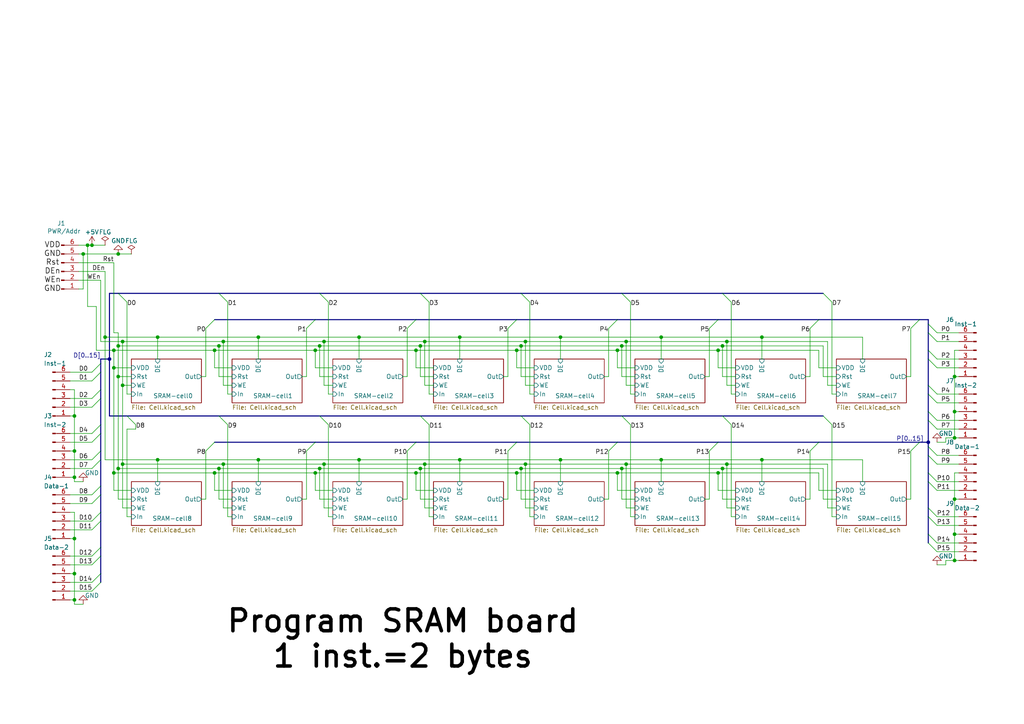
<source format=kicad_sch>
(kicad_sch (version 20250114) (generator "eeschema") (generator_version "9.0")
  (paper "A4")
  (title_block (title "Y-tran RT08 Program board") (date "2025/3~8") (rev "D") (company "@7654jp") (comment 2 "to provide instructions.") (comment 3 "the core via 'Program base'") (comment 4 "This board will be connected to"))
  (lib_symbols
    (symbol "Connector:Conn_01x06_Pin" (pin_names (offset 1.016) (hide yes))
      (property "Reference" "J" (at 0 7.62 0))
      (property "Value" "Conn_01x06_Pin" (at 0 -10.16 0))
      (symbol "Conn_01x06_Pin_1_1"
        (rectangle (start 0.8636 5.207) (end 0 4.953) (stroke (width 0.1524)) (fill (type outline)))
        (rectangle (start 0.8636 2.667) (end 0 2.413) (stroke (width 0.1524)) (fill (type outline)))
        (rectangle (start 0.8636 0.127) (end 0 -0.127) (stroke (width 0.1524)) (fill (type outline)))
        (rectangle (start 0.8636 -2.413) (end 0 -2.667) (stroke (width 0.1524)) (fill (type outline)))
        (rectangle (start 0.8636 -4.953) (end 0 -5.207) (stroke (width 0.1524)) (fill (type outline)))
        (rectangle (start 0.8636 -7.493) (end 0 -7.747) (stroke (width 0.1524)) (fill (type outline)))
        (polyline (pts (xy 1.27 5.08) (xy 0.8636 5.08)) (stroke (width 0.1524)))
        (polyline (pts (xy 1.27 2.54) (xy 0.8636 2.54)) (stroke (width 0.1524)))
        (polyline (pts (xy 1.27 0) (xy 0.8636 0)) (stroke (width 0.1524)))
        (polyline (pts (xy 1.27 -2.54) (xy 0.8636 -2.54)) (stroke (width 0.1524)))
        (polyline (pts (xy 1.27 -5.08) (xy 0.8636 -5.08)) (stroke (width 0.1524)))
        (polyline (pts (xy 1.27 -7.62) (xy 0.8636 -7.62)) (stroke (width 0.1524)))
        (pin passive line (at 5.08 5.08 180) (length 3.81) (name "Pin_1") (number "1"))
        (pin passive line (at 5.08 2.54 180) (length 3.81) (name "Pin_2") (number "2"))
        (pin passive line (at 5.08 0 180) (length 3.81) (name "Pin_3") (number "3"))
        (pin passive line (at 5.08 -2.54 180) (length 3.81) (name "Pin_4") (number "4"))
        (pin passive line (at 5.08 -5.08 180) (length 3.81) (name "Pin_5") (number "5"))
        (pin passive line (at 5.08 -7.62 180) (length 3.81) (name "Pin_6") (number "6"))
      )
    )
    (symbol "power:+5V" (power) (pin_names (offset 0))
      (property "Value" "+5V" (at 0 3.556 0))
      (symbol "+5V_0_1"
        (polyline (pts (xy -0.762 1.27) (xy 0 2.54)))
        (polyline (pts (xy 0 2.54) (xy 0.762 1.27)))
        (polyline (pts (xy 0 0) (xy 0 2.54)))
      )
      (symbol "+5V_1_1"
        (pin power_in line (at 0 0 90) (length 0) (hide yes) (name "+5V") (number "1"))
      )
    )
    (symbol "power:GND" (power) (pin_names (offset 0))
      (property "Value" "GND" (at 0 -3.81 0))
      (symbol "GND_0_1"
        (polyline (pts (xy 0 0) (xy 0 -1.27) (xy 1.27 -1.27) (xy 0 -2.54) (xy -1.27 -1.27) (xy 0 -1.27)))
      )
      (symbol "GND_1_1"
        (pin power_in line (at 0 0 270) (length 0) (hide yes) (name "GND") (number "1"))
      )
    )
    (symbol "power:PWR_FLAG" (power) (pin_numbers (hide yes)) (pin_names (offset 0) (hide yes))
      (property "Value" "PWR_FLAG" (at 0 3.81 0))
      (symbol "PWR_FLAG_0_0"
        (pin power_out line (at 0 0 90) (length 0) (name "pwr") (number "1"))
      )
      (symbol "PWR_FLAG_0_1"
        (polyline (pts (xy 0 0) (xy 0 1.27) (xy -1.016 1.905) (xy 0 2.54) (xy 1.016 1.905) (xy 0 1.27)))
      )
    )
  )
  (text "VDD\nGND\nRst\nDEn\nWEn\nGND" (at 15.24 77.47 0) (effects (font (size 1.5748 1.5748))))
  (text "Program SRAM board\n1 inst.=2 bytes" (exclude_from_sim yes) (at 116.84 185.42 0) (effects (font (size 6.35 6.35) (thickness 1.016) (bold yes))))
  (junction (at 34.29 100.33))
  (junction (at 24.13 73.66))
  (junction (at 120.65 101.6))
  (junction (at 209.55 100.33))
  (junction (at 179.07 137.16))
  (junction (at 210.82 99.06))
  (junction (at 21.59 156.21))
  (junction (at 21.59 138.43))
  (junction (at 276.86 154.94))
  (junction (at 26.67 71.12))
  (junction (at 210.82 134.62))
  (junction (at 133.35 97.79))
  (junction (at 62.23 101.6))
  (junction (at 121.92 135.89))
  (junction (at 64.77 99.06))
  (junction (at 180.34 100.33))
  (junction (at 179.07 101.6))
  (junction (at 21.59 173.99))
  (junction (at 104.14 97.79))
  (junction (at 25.4 71.12))
  (junction (at 74.93 97.79))
  (junction (at 276.86 127))
  (junction (at 91.44 137.16))
  (junction (at 208.28 137.16))
  (junction (at 33.02 101.6))
  (junction (at 34.29 73.66))
  (junction (at 220.98 133.35))
  (junction (at 276.86 119.38))
  (junction (at 93.98 134.62))
  (junction (at 34.29 135.89))
  (junction (at 149.86 137.16))
  (junction (at 208.28 101.6))
  (junction (at 74.93 133.35))
  (junction (at 133.35 133.35))
  (junction (at 45.72 97.79))
  (junction (at 63.5 100.33))
  (junction (at 63.5 135.89))
  (junction (at 162.56 133.35))
  (junction (at 33.02 137.16))
  (junction (at 35.56 99.06))
  (junction (at 220.98 97.79))
  (junction (at 64.77 134.62))
  (junction (at 149.86 101.6))
  (junction (at 62.23 137.16))
  (junction (at 209.55 135.89))
  (junction (at 180.34 135.89))
  (junction (at 21.59 130.81))
  (junction (at 92.71 135.89))
  (junction (at 276.86 144.78))
  (junction (at 151.13 135.89))
  (junction (at 30.48 97.79))
  (junction (at 191.77 97.79))
  (junction (at 151.13 100.33))
  (junction (at 92.71 100.33))
  (junction (at 152.4 134.62))
  (junction (at 91.44 101.6))
  (junction (at 123.19 134.62))
  (junction (at 104.14 133.35))
  (junction (at 181.61 99.06))
  (junction (at 34.29 109.22))
  (junction (at 21.59 166.37))
  (junction (at 31.75 104.14))
  (junction (at 269.24 128.27))
  (junction (at 152.4 99.06))
  (junction (at 35.56 134.62))
  (junction (at 276.86 109.22))
  (junction (at 120.65 137.16))
  (junction (at 276.86 162.56))
  (junction (at 33.02 106.68))
  (junction (at 123.19 99.06))
  (junction (at 191.77 133.35))
  (junction (at 121.92 100.33))
  (junction (at 21.59 120.65))
  (junction (at 45.72 133.35))
  (junction (at 162.56 97.79))
  (junction (at 93.98 99.06))
  (junction (at 35.56 111.76))
  (junction (at 181.61 134.62))
  (bus_entry (at 63.5 85.09) (size 2.54 2.54))
  (bus_entry (at 34.29 85.09) (size 2.54 2.54))
  (bus_entry (at 147.32 130.81) (size 2.54 -2.54))
  (bus_entry (at 264.16 95.25) (size 2.54 -2.54))
  (bus_entry (at 271.78 121.92) (size -2.54 -2.54))
  (bus_entry (at 209.55 85.09) (size 2.54 2.54))
  (bus_entry (at 59.69 95.25) (size 2.54 -2.54))
  (bus_entry (at 118.11 95.25) (size 2.54 -2.54))
  (bus_entry (at 176.53 130.81) (size 2.54 -2.54))
  (bus_entry (at 121.92 85.09) (size 2.54 2.54))
  (bus_entry (at 26.67 135.89) (size 2.54 -2.54))
  (bus_entry (at 26.67 107.95) (size 2.54 -2.54))
  (bus_entry (at 26.67 168.91) (size 2.54 -2.54))
  (bus_entry (at 205.74 130.81) (size 2.54 -2.54))
  (bus_entry (at 92.71 85.09) (size 2.54 2.54))
  (bus_entry (at 180.34 120.65) (size 2.54 2.54))
  (bus_entry (at 271.78 132.08) (size -2.54 -2.54))
  (bus_entry (at 59.69 130.81) (size 2.54 -2.54))
  (bus_entry (at 271.78 142.24) (size -2.54 -2.54))
  (bus_entry (at 26.67 143.51) (size 2.54 -2.54))
  (bus_entry (at 271.78 99.06) (size -2.54 -2.54))
  (bus_entry (at 209.55 120.65) (size 2.54 2.54))
  (bus_entry (at 271.78 116.84) (size -2.54 -2.54))
  (bus_entry (at 271.78 149.86) (size -2.54 -2.54))
  (bus_entry (at 238.76 85.09) (size 2.54 2.54))
  (bus_entry (at 147.32 95.25) (size 2.54 -2.54))
  (bus_entry (at 26.67 153.67) (size 2.54 -2.54))
  (bus_entry (at 121.92 120.65) (size 2.54 2.54))
  (bus_entry (at 271.78 160.02) (size -2.54 -2.54))
  (bus_entry (at 271.78 104.14) (size -2.54 -2.54))
  (bus_entry (at 151.13 85.09) (size 2.54 2.54))
  (bus_entry (at 26.67 128.27) (size 2.54 -2.54))
  (bus_entry (at 92.71 120.65) (size 2.54 2.54))
  (bus_entry (at 180.34 85.09) (size 2.54 2.54))
  (bus_entry (at 264.16 130.81) (size 2.54 -2.54))
  (bus_entry (at 26.67 161.29) (size 2.54 -2.54))
  (bus_entry (at 271.78 106.68) (size -2.54 -2.54))
  (bus_entry (at 26.67 146.05) (size 2.54 -2.54))
  (bus_entry (at 26.67 118.11) (size 2.54 -2.54))
  (bus_entry (at 36.83 120.65) (size 2.54 2.54))
  (bus_entry (at 271.78 157.48) (size -2.54 -2.54))
  (bus_entry (at 205.74 95.25) (size 2.54 -2.54))
  (bus_entry (at 26.67 115.57) (size 2.54 -2.54))
  (bus_entry (at 26.67 110.49) (size 2.54 -2.54))
  (bus_entry (at 271.78 139.7) (size -2.54 -2.54))
  (bus_entry (at 63.5 120.65) (size 2.54 2.54))
  (bus_entry (at 88.9 130.81) (size 2.54 -2.54))
  (bus_entry (at 234.95 130.81) (size 2.54 -2.54))
  (bus_entry (at 271.78 134.62) (size -2.54 -2.54))
  (bus_entry (at 26.67 163.83) (size 2.54 -2.54))
  (bus_entry (at 271.78 114.3) (size -2.54 -2.54))
  (bus_entry (at 238.76 120.65) (size 2.54 2.54))
  (bus_entry (at 88.9 95.25) (size 2.54 -2.54))
  (bus_entry (at 234.95 95.25) (size 2.54 -2.54))
  (bus_entry (at 271.78 152.4) (size -2.54 -2.54))
  (bus_entry (at 151.13 120.65) (size 2.54 2.54))
  (bus_entry (at 271.78 124.46) (size -2.54 -2.54))
  (bus_entry (at 176.53 95.25) (size 2.54 -2.54))
  (bus_entry (at 26.67 151.13) (size 2.54 -2.54))
  (bus_entry (at 26.67 171.45) (size 2.54 -2.54))
  (bus_entry (at 271.78 96.52) (size -2.54 -2.54))
  (bus_entry (at 26.67 125.73) (size 2.54 -2.54))
  (bus_entry (at 118.11 130.81) (size 2.54 -2.54))
  (bus_entry (at 26.67 133.35) (size 2.54 -2.54))
  (wire (pts (xy 33.02 106.68) (xy 33.02 137.16)))
  (wire (pts (xy 276.86 144.78) (xy 276.86 154.94)))
  (wire (pts (xy 21.59 166.37) (xy 21.59 173.99)))
  (wire (pts (xy 149.86 137.16) (xy 179.07 137.16)))
  (wire (pts (xy 238.76 100.33) (xy 238.76 109.22)))
  (bus (pts (xy 121.92 120.65) (xy 151.13 120.65)))
  (bus (pts (xy 62.23 92.71) (xy 91.44 92.71)))
  (wire (pts (xy 237.49 137.16) (xy 237.49 142.24)))
  (wire (pts (xy 278.13 124.46) (xy 271.78 124.46)))
  (wire (pts (xy 262.89 109.22) (xy 264.16 109.22)))
  (wire (pts (xy 63.5 109.22) (xy 67.31 109.22)))
  (wire (pts (xy 205.74 130.81) (xy 205.74 144.78)))
  (wire (pts (xy 39.37 124.46) (xy 36.83 124.46)))
  (wire (pts (xy 212.09 123.19) (xy 212.09 149.86)))
  (wire (pts (xy 35.56 134.62) (xy 64.77 134.62)))
  (wire (pts (xy 74.93 97.79) (xy 74.93 104.14)))
  (wire (pts (xy 36.83 124.46) (xy 36.83 149.86)))
  (wire (pts (xy 204.47 109.22) (xy 205.74 109.22)))
  (wire (pts (xy 151.13 100.33) (xy 151.13 109.22)))
  (wire (pts (xy 35.56 147.32) (xy 38.1 147.32)))
  (wire (pts (xy 64.77 99.06) (xy 93.98 99.06)))
  (wire (pts (xy 59.69 95.25) (xy 59.69 109.22)))
  (wire (pts (xy 278.13 144.78) (xy 276.86 144.78)))
  (wire (pts (xy 58.42 109.22) (xy 59.69 109.22)))
  (bus (pts (xy 29.21 158.75) (xy 29.21 161.29)))
  (wire (pts (xy 87.63 144.78) (xy 88.9 144.78)))
  (wire (pts (xy 64.77 134.62) (xy 93.98 134.62)))
  (wire (pts (xy 93.98 99.06) (xy 123.19 99.06)))
  (wire (pts (xy 22.86 73.66) (xy 24.13 73.66)))
  (wire (pts (xy 120.65 106.68) (xy 125.73 106.68)))
  (bus (pts (xy 29.21 113.03) (xy 29.21 115.57)))
  (wire (pts (xy 33.02 137.16) (xy 33.02 142.24)))
  (wire (pts (xy 34.29 73.66) (xy 38.1 73.66)))
  (wire (pts (xy 20.32 110.49) (xy 26.67 110.49)))
  (wire (pts (xy 92.71 135.89) (xy 92.71 144.78)))
  (wire (pts (xy 176.53 95.25) (xy 176.53 109.22)))
  (wire (pts (xy 34.29 135.89) (xy 63.5 135.89)))
  (wire (pts (xy 93.98 99.06) (xy 93.98 111.76)))
  (wire (pts (xy 262.89 144.78) (xy 264.16 144.78)))
  (wire (pts (xy 162.56 133.35) (xy 162.56 139.7)))
  (wire (pts (xy 241.3 123.19) (xy 241.3 149.86)))
  (bus (pts (xy 36.83 120.65) (xy 63.5 120.65)))
  (wire (pts (xy 133.35 133.35) (xy 133.35 139.7)))
  (wire (pts (xy 181.61 147.32) (xy 184.15 147.32)))
  (wire (pts (xy 234.95 130.81) (xy 234.95 144.78)))
  (wire (pts (xy 39.37 123.19) (xy 39.37 124.46)))
  (wire (pts (xy 20.32 125.73) (xy 26.67 125.73)))
  (wire (pts (xy 241.3 149.86) (xy 242.57 149.86)))
  (bus (pts (xy 149.86 128.27) (xy 179.07 128.27)))
  (wire (pts (xy 20.32 166.37) (xy 21.59 166.37)))
  (wire (pts (xy 66.04 114.3) (xy 67.31 114.3)))
  (bus (pts (xy 149.86 92.71) (xy 179.07 92.71)))
  (wire (pts (xy 121.92 144.78) (xy 125.73 144.78)))
  (wire (pts (xy 278.13 114.3) (xy 271.78 114.3)))
  (wire (pts (xy 20.32 151.13) (xy 26.67 151.13)))
  (bus (pts (xy 151.13 120.65) (xy 180.34 120.65)))
  (wire (pts (xy 152.4 99.06) (xy 152.4 111.76)))
  (bus (pts (xy 208.28 92.71) (xy 237.49 92.71)))
  (wire (pts (xy 123.19 147.32) (xy 125.73 147.32)))
  (wire (pts (xy 20.32 143.51) (xy 26.67 143.51)))
  (wire (pts (xy 33.02 101.6) (xy 27.94 101.6)))
  (wire (pts (xy 278.13 101.6) (xy 276.86 101.6)))
  (wire (pts (xy 208.28 101.6) (xy 208.28 106.68)))
  (wire (pts (xy 181.61 99.06) (xy 210.82 99.06)))
  (wire (pts (xy 93.98 134.62) (xy 93.98 147.32)))
  (wire (pts (xy 212.09 87.63) (xy 212.09 114.3)))
  (wire (pts (xy 20.32 107.95) (xy 26.67 107.95)))
  (wire (pts (xy 63.5 135.89) (xy 92.71 135.89)))
  (wire (pts (xy 123.19 111.76) (xy 125.73 111.76)))
  (wire (pts (xy 271.78 163.83) (xy 274.32 163.83)))
  (wire (pts (xy 104.14 133.35) (xy 133.35 133.35)))
  (wire (pts (xy 62.23 101.6) (xy 62.23 106.68)))
  (bus (pts (xy 269.24 96.52) (xy 269.24 101.6)))
  (bus (pts (xy 209.55 85.09) (xy 238.76 85.09)))
  (wire (pts (xy 181.61 134.62) (xy 210.82 134.62)))
  (wire (pts (xy 133.35 133.35) (xy 162.56 133.35)))
  (wire (pts (xy 123.19 99.06) (xy 152.4 99.06)))
  (wire (pts (xy 210.82 134.62) (xy 240.03 134.62)))
  (wire (pts (xy 241.3 87.63) (xy 241.3 114.3)))
  (wire (pts (xy 271.78 128.27) (xy 274.32 128.27)))
  (wire (pts (xy 62.23 106.68) (xy 67.31 106.68)))
  (bus (pts (xy 34.29 85.09) (xy 63.5 85.09)))
  (bus (pts (xy 266.7 128.27) (xy 269.24 128.27)))
  (wire (pts (xy 95.25 114.3) (xy 96.52 114.3)))
  (wire (pts (xy 33.02 96.52) (xy 34.29 96.52)))
  (wire (pts (xy 95.25 87.63) (xy 95.25 114.3)))
  (wire (pts (xy 274.32 162.56) (xy 276.86 162.56)))
  (wire (pts (xy 21.59 156.21) (xy 21.59 166.37)))
  (wire (pts (xy 36.83 114.3) (xy 38.1 114.3)))
  (bus (pts (xy 63.5 120.65) (xy 92.71 120.65)))
  (bus (pts (xy 237.49 92.71) (xy 266.7 92.71)))
  (wire (pts (xy 181.61 134.62) (xy 181.61 147.32)))
  (wire (pts (xy 149.86 106.68) (xy 154.94 106.68)))
  (wire (pts (xy 182.88 114.3) (xy 184.15 114.3)))
  (wire (pts (xy 22.86 76.2) (xy 33.02 76.2)))
  (wire (pts (xy 152.4 111.76) (xy 154.94 111.76)))
  (wire (pts (xy 250.19 97.79) (xy 250.19 104.14)))
  (wire (pts (xy 240.03 134.62) (xy 240.03 147.32)))
  (wire (pts (xy 278.13 160.02) (xy 271.78 160.02)))
  (wire (pts (xy 33.02 106.68) (xy 38.1 106.68)))
  (wire (pts (xy 121.92 135.89) (xy 151.13 135.89)))
  (bus (pts (xy 180.34 120.65) (xy 209.55 120.65)))
  (wire (pts (xy 179.07 101.6) (xy 208.28 101.6)))
  (wire (pts (xy 191.77 133.35) (xy 191.77 139.7)))
  (wire (pts (xy 63.5 144.78) (xy 67.31 144.78)))
  (wire (pts (xy 123.19 134.62) (xy 123.19 147.32)))
  (wire (pts (xy 116.84 109.22) (xy 118.11 109.22)))
  (wire (pts (xy 133.35 97.79) (xy 162.56 97.79)))
  (wire (pts (xy 63.5 135.89) (xy 63.5 144.78)))
  (bus (pts (xy 63.5 85.09) (xy 92.71 85.09)))
  (wire (pts (xy 152.4 99.06) (xy 181.61 99.06)))
  (wire (pts (xy 191.77 97.79) (xy 191.77 104.14)))
  (bus (pts (xy 180.34 85.09) (xy 209.55 85.09)))
  (wire (pts (xy 278.13 134.62) (xy 271.78 134.62)))
  (wire (pts (xy 20.32 115.57) (xy 26.67 115.57)))
  (wire (pts (xy 278.13 106.68) (xy 271.78 106.68)))
  (bus (pts (xy 269.24 137.16) (xy 269.24 139.7)))
  (wire (pts (xy 276.86 127) (xy 278.13 127)))
  (wire (pts (xy 25.4 88.9) (xy 25.4 71.12)))
  (bus (pts (xy 31.75 104.14) (xy 31.75 85.09)))
  (bus (pts (xy 269.24 129.54) (xy 269.24 132.08)))
  (bus (pts (xy 31.75 104.14) (xy 31.75 120.65)))
  (wire (pts (xy 278.13 104.14) (xy 271.78 104.14)))
  (wire (pts (xy 240.03 111.76) (xy 242.57 111.76)))
  (bus (pts (xy 269.24 149.86) (xy 269.24 154.94)))
  (wire (pts (xy 237.49 106.68) (xy 242.57 106.68)))
  (wire (pts (xy 153.67 123.19) (xy 153.67 149.86)))
  (wire (pts (xy 179.07 137.16) (xy 179.07 142.24)))
  (bus (pts (xy 29.21 105.41) (xy 29.21 107.95)))
  (wire (pts (xy 120.65 101.6) (xy 149.86 101.6)))
  (wire (pts (xy 21.59 148.59) (xy 21.59 156.21)))
  (wire (pts (xy 210.82 147.32) (xy 213.36 147.32)))
  (wire (pts (xy 74.93 133.35) (xy 104.14 133.35)))
  (wire (pts (xy 210.82 99.06) (xy 240.03 99.06)))
  (wire (pts (xy 45.72 97.79) (xy 45.72 104.14)))
  (bus (pts (xy 29.21 151.13) (xy 29.21 158.75)))
  (wire (pts (xy 278.13 152.4) (xy 271.78 152.4)))
  (wire (pts (xy 220.98 97.79) (xy 220.98 104.14)))
  (wire (pts (xy 95.25 149.86) (xy 96.52 149.86)))
  (wire (pts (xy 118.11 130.81) (xy 118.11 144.78)))
  (wire (pts (xy 180.34 135.89) (xy 180.34 144.78)))
  (wire (pts (xy 274.32 163.83) (xy 274.32 162.56)))
  (wire (pts (xy 276.86 119.38) (xy 278.13 119.38)))
  (wire (pts (xy 33.02 137.16) (xy 62.23 137.16)))
  (wire (pts (xy 35.56 111.76) (xy 38.1 111.76)))
  (wire (pts (xy 21.59 130.81) (xy 21.59 138.43)))
  (wire (pts (xy 237.49 142.24) (xy 242.57 142.24)))
  (wire (pts (xy 33.02 101.6) (xy 33.02 106.68)))
  (wire (pts (xy 92.71 100.33) (xy 121.92 100.33)))
  (wire (pts (xy 162.56 133.35) (xy 191.77 133.35)))
  (bus (pts (xy 269.24 101.6) (xy 269.24 104.14)))
  (wire (pts (xy 116.84 144.78) (xy 118.11 144.78)))
  (bus (pts (xy 269.24 147.32) (xy 269.24 149.86)))
  (wire (pts (xy 20.32 171.45) (xy 26.67 171.45)))
  (wire (pts (xy 62.23 137.16) (xy 91.44 137.16)))
  (wire (pts (xy 36.83 87.63) (xy 36.83 114.3)))
  (wire (pts (xy 93.98 111.76) (xy 96.52 111.76)))
  (wire (pts (xy 234.95 95.25) (xy 234.95 109.22)))
  (wire (pts (xy 152.4 134.62) (xy 181.61 134.62)))
  (wire (pts (xy 176.53 130.81) (xy 176.53 144.78)))
  (wire (pts (xy 276.86 101.6) (xy 276.86 109.22)))
  (bus (pts (xy 29.21 104.14) (xy 31.75 104.14)))
  (bus (pts (xy 179.07 128.27) (xy 208.28 128.27)))
  (wire (pts (xy 181.61 99.06) (xy 181.61 111.76)))
  (wire (pts (xy 66.04 149.86) (xy 67.31 149.86)))
  (wire (pts (xy 182.88 87.63) (xy 182.88 114.3)))
  (wire (pts (xy 30.48 97.79) (xy 45.72 97.79)))
  (wire (pts (xy 34.29 109.22) (xy 38.1 109.22)))
  (wire (pts (xy 182.88 123.19) (xy 182.88 149.86)))
  (wire (pts (xy 92.71 144.78) (xy 96.52 144.78)))
  (wire (pts (xy 34.29 96.52) (xy 34.29 100.33)))
  (wire (pts (xy 220.98 133.35) (xy 250.19 133.35)))
  (wire (pts (xy 26.67 71.12) (xy 30.48 71.12)))
  (wire (pts (xy 208.28 106.68) (xy 213.36 106.68)))
  (wire (pts (xy 209.55 135.89) (xy 238.76 135.89)))
  (wire (pts (xy 278.13 96.52) (xy 271.78 96.52)))
  (wire (pts (xy 20.32 161.29) (xy 26.67 161.29)))
  (wire (pts (xy 92.71 109.22) (xy 96.52 109.22)))
  (wire (pts (xy 149.86 101.6) (xy 149.86 106.68)))
  (wire (pts (xy 24.13 175.26) (xy 21.59 175.26)))
  (wire (pts (xy 34.29 144.78) (xy 38.1 144.78)))
  (wire (pts (xy 204.47 144.78) (xy 205.74 144.78)))
  (wire (pts (xy 238.76 109.22) (xy 242.57 109.22)))
  (wire (pts (xy 220.98 133.35) (xy 220.98 139.7)))
  (wire (pts (xy 35.56 134.62) (xy 35.56 147.32)))
  (wire (pts (xy 123.19 134.62) (xy 152.4 134.62)))
  (bus (pts (xy 29.21 140.97) (xy 29.21 143.51)))
  (wire (pts (xy 175.26 109.22) (xy 176.53 109.22)))
  (bus (pts (xy 269.24 128.27) (xy 269.24 129.54)))
  (wire (pts (xy 151.13 135.89) (xy 151.13 144.78)))
  (bus (pts (xy 269.24 121.92) (xy 269.24 128.27)))
  (wire (pts (xy 121.92 135.89) (xy 121.92 144.78)))
  (wire (pts (xy 22.86 83.82) (xy 24.13 83.82)))
  (wire (pts (xy 212.09 149.86) (xy 213.36 149.86)))
  (wire (pts (xy 74.93 97.79) (xy 104.14 97.79)))
  (wire (pts (xy 264.16 95.25) (xy 264.16 109.22)))
  (wire (pts (xy 209.55 135.89) (xy 209.55 144.78)))
  (wire (pts (xy 66.04 123.19) (xy 66.04 149.86)))
  (wire (pts (xy 63.5 100.33) (xy 63.5 109.22)))
  (wire (pts (xy 21.59 138.43) (xy 20.32 138.43)))
  (wire (pts (xy 34.29 100.33) (xy 34.29 109.22)))
  (wire (pts (xy 241.3 114.3) (xy 242.57 114.3)))
  (wire (pts (xy 33.02 76.2) (xy 33.02 96.52)))
  (wire (pts (xy 278.13 99.06) (xy 271.78 99.06)))
  (wire (pts (xy 210.82 134.62) (xy 210.82 147.32)))
  (wire (pts (xy 276.86 154.94) (xy 278.13 154.94)))
  (wire (pts (xy 20.32 130.81) (xy 21.59 130.81)))
  (wire (pts (xy 237.49 101.6) (xy 237.49 106.68)))
  (wire (pts (xy 21.59 120.65) (xy 21.59 130.81)))
  (wire (pts (xy 276.86 137.16) (xy 276.86 144.78)))
  (wire (pts (xy 179.07 106.68) (xy 184.15 106.68)))
  (wire (pts (xy 64.77 99.06) (xy 64.77 111.76)))
  (wire (pts (xy 278.13 149.86) (xy 271.78 149.86)))
  (wire (pts (xy 180.34 100.33) (xy 180.34 109.22)))
  (wire (pts (xy 181.61 111.76) (xy 184.15 111.76)))
  (wire (pts (xy 24.13 83.82) (xy 24.13 73.66)))
  (bus (pts (xy 36.83 120.65) (xy 31.75 120.65)))
  (bus (pts (xy 29.21 104.14) (xy 29.21 105.41)))
  (bus (pts (xy 91.44 128.27) (xy 120.65 128.27)))
  (wire (pts (xy 209.55 144.78) (xy 213.36 144.78)))
  (wire (pts (xy 210.82 111.76) (xy 213.36 111.76)))
  (bus (pts (xy 91.44 92.71) (xy 120.65 92.71)))
  (bus (pts (xy 29.21 143.51) (xy 29.21 148.59)))
  (wire (pts (xy 34.29 100.33) (xy 63.5 100.33)))
  (bus (pts (xy 269.24 119.38) (xy 269.24 121.92)))
  (wire (pts (xy 124.46 114.3) (xy 125.73 114.3)))
  (wire (pts (xy 91.44 142.24) (xy 96.52 142.24)))
  (bus (pts (xy 29.21 161.29) (xy 29.21 166.37)))
  (wire (pts (xy 208.28 142.24) (xy 213.36 142.24)))
  (wire (pts (xy 220.98 97.79) (xy 250.19 97.79)))
  (wire (pts (xy 45.72 133.35) (xy 30.48 133.35)))
  (bus (pts (xy 269.24 154.94) (xy 269.24 157.48)))
  (bus (pts (xy 269.24 132.08) (xy 269.24 137.16)))
  (wire (pts (xy 278.13 139.7) (xy 271.78 139.7)))
  (wire (pts (xy 162.56 97.79) (xy 191.77 97.79)))
  (wire (pts (xy 91.44 137.16) (xy 91.44 142.24)))
  (wire (pts (xy 179.07 137.16) (xy 208.28 137.16)))
  (wire (pts (xy 29.21 99.06) (xy 35.56 99.06)))
  (bus (pts (xy 237.49 128.27) (xy 266.7 128.27)))
  (wire (pts (xy 35.56 111.76) (xy 35.56 134.62)))
  (wire (pts (xy 238.76 135.89) (xy 238.76 144.78)))
  (wire (pts (xy 146.05 144.78) (xy 147.32 144.78)))
  (wire (pts (xy 276.86 109.22) (xy 276.86 119.38)))
  (bus (pts (xy 179.07 92.71) (xy 208.28 92.71)))
  (wire (pts (xy 210.82 99.06) (xy 210.82 111.76)))
  (bus (pts (xy 29.21 125.73) (xy 29.21 130.81)))
  (wire (pts (xy 152.4 134.62) (xy 152.4 147.32)))
  (wire (pts (xy 250.19 133.35) (xy 250.19 139.7)))
  (wire (pts (xy 24.13 139.7) (xy 21.59 139.7)))
  (wire (pts (xy 278.13 121.92) (xy 271.78 121.92)))
  (wire (pts (xy 45.72 133.35) (xy 45.72 139.7)))
  (wire (pts (xy 208.28 137.16) (xy 237.49 137.16)))
  (wire (pts (xy 91.44 101.6) (xy 91.44 106.68)))
  (bus (pts (xy 29.21 133.35) (xy 29.21 140.97)))
  (wire (pts (xy 30.48 78.74) (xy 30.48 97.79)))
  (bus (pts (xy 151.13 85.09) (xy 180.34 85.09)))
  (wire (pts (xy 278.13 132.08) (xy 271.78 132.08)))
  (wire (pts (xy 146.05 109.22) (xy 147.32 109.22)))
  (wire (pts (xy 209.55 100.33) (xy 238.76 100.33)))
  (wire (pts (xy 59.69 130.81) (xy 59.69 144.78)))
  (wire (pts (xy 91.44 137.16) (xy 120.65 137.16)))
  (wire (pts (xy 92.71 135.89) (xy 121.92 135.89)))
  (wire (pts (xy 180.34 100.33) (xy 209.55 100.33)))
  (wire (pts (xy 104.14 97.79) (xy 104.14 104.14)))
  (wire (pts (xy 20.32 146.05) (xy 26.67 146.05)))
  (wire (pts (xy 20.32 148.59) (xy 21.59 148.59)))
  (wire (pts (xy 209.55 100.33) (xy 209.55 109.22)))
  (wire (pts (xy 20.32 128.27) (xy 26.67 128.27)))
  (bus (pts (xy 269.24 139.7) (xy 269.24 147.32)))
  (wire (pts (xy 62.23 142.24) (xy 67.31 142.24)))
  (wire (pts (xy 123.19 99.06) (xy 123.19 111.76)))
  (wire (pts (xy 30.48 97.79) (xy 30.48 133.35)))
  (bus (pts (xy 62.23 128.27) (xy 91.44 128.27)))
  (bus (pts (xy 120.65 92.71) (xy 149.86 92.71)))
  (wire (pts (xy 21.59 113.03) (xy 21.59 120.65)))
  (wire (pts (xy 124.46 149.86) (xy 125.73 149.86)))
  (wire (pts (xy 20.32 120.65) (xy 21.59 120.65)))
  (wire (pts (xy 22.86 78.74) (xy 30.48 78.74)))
  (wire (pts (xy 35.56 99.06) (xy 35.56 111.76)))
  (wire (pts (xy 91.44 101.6) (xy 120.65 101.6)))
  (bus (pts (xy 269.24 114.3) (xy 269.24 119.38)))
  (wire (pts (xy 179.07 142.24) (xy 184.15 142.24)))
  (wire (pts (xy 238.76 144.78) (xy 242.57 144.78)))
  (wire (pts (xy 45.72 97.79) (xy 74.93 97.79)))
  (wire (pts (xy 152.4 147.32) (xy 154.94 147.32)))
  (wire (pts (xy 233.68 109.22) (xy 234.95 109.22)))
  (wire (pts (xy 274.32 128.27) (xy 274.32 127)))
  (wire (pts (xy 278.13 157.48) (xy 271.78 157.48)))
  (wire (pts (xy 278.13 109.22) (xy 276.86 109.22)))
  (wire (pts (xy 33.02 101.6) (xy 62.23 101.6)))
  (wire (pts (xy 62.23 101.6) (xy 91.44 101.6)))
  (wire (pts (xy 64.77 147.32) (xy 67.31 147.32)))
  (wire (pts (xy 21.59 139.7) (xy 21.59 138.43)))
  (wire (pts (xy 151.13 144.78) (xy 154.94 144.78)))
  (wire (pts (xy 35.56 99.06) (xy 64.77 99.06)))
  (wire (pts (xy 24.13 73.66) (xy 34.29 73.66)))
  (wire (pts (xy 120.65 137.16) (xy 120.65 142.24)))
  (wire (pts (xy 133.35 97.79) (xy 133.35 104.14)))
  (wire (pts (xy 233.68 144.78) (xy 234.95 144.78)))
  (wire (pts (xy 208.28 101.6) (xy 237.49 101.6)))
  (wire (pts (xy 151.13 135.89) (xy 180.34 135.89)))
  (wire (pts (xy 121.92 100.33) (xy 121.92 109.22)))
  (wire (pts (xy 26.67 71.12) (xy 25.4 71.12)))
  (wire (pts (xy 120.65 101.6) (xy 120.65 106.68)))
  (bus (pts (xy 121.92 85.09) (xy 151.13 85.09)))
  (wire (pts (xy 278.13 142.24) (xy 271.78 142.24)))
  (wire (pts (xy 87.63 109.22) (xy 88.9 109.22)))
  (wire (pts (xy 274.32 127) (xy 276.86 127)))
  (bus (pts (xy 266.7 92.71) (xy 269.24 92.71)))
  (wire (pts (xy 149.86 137.16) (xy 149.86 142.24)))
  (wire (pts (xy 64.77 134.62) (xy 64.77 147.32)))
  (bus (pts (xy 31.75 85.09) (xy 34.29 85.09)))
  (bus (pts (xy 92.71 120.65) (xy 121.92 120.65)))
  (bus (pts (xy 120.65 128.27) (xy 149.86 128.27)))
  (wire (pts (xy 20.32 135.89) (xy 26.67 135.89)))
  (wire (pts (xy 162.56 97.79) (xy 162.56 104.14)))
  (wire (pts (xy 180.34 135.89) (xy 209.55 135.89)))
  (wire (pts (xy 120.65 137.16) (xy 149.86 137.16)))
  (bus (pts (xy 269.24 104.14) (xy 269.24 111.76)))
  (wire (pts (xy 240.03 99.06) (xy 240.03 111.76)))
  (bus (pts (xy 269.24 93.98) (xy 269.24 96.52)))
  (wire (pts (xy 66.04 87.63) (xy 66.04 114.3)))
  (bus (pts (xy 269.24 92.71) (xy 269.24 93.98)))
  (bus (pts (xy 269.24 111.76) (xy 269.24 114.3)))
  (wire (pts (xy 22.86 81.28) (xy 29.21 81.28)))
  (wire (pts (xy 151.13 109.22) (xy 154.94 109.22)))
  (wire (pts (xy 27.94 101.6) (xy 27.94 88.9)))
  (wire (pts (xy 22.86 71.12) (xy 25.4 71.12)))
  (wire (pts (xy 21.59 175.26) (xy 21.59 173.99)))
  (wire (pts (xy 63.5 100.33) (xy 92.71 100.33)))
  (wire (pts (xy 240.03 147.32) (xy 242.57 147.32)))
  (wire (pts (xy 20.32 156.21) (xy 21.59 156.21)))
  (wire (pts (xy 179.07 101.6) (xy 179.07 106.68)))
  (wire (pts (xy 20.32 118.11) (xy 26.67 118.11)))
  (wire (pts (xy 36.83 149.86) (xy 38.1 149.86)))
  (wire (pts (xy 45.72 133.35) (xy 74.93 133.35)))
  (wire (pts (xy 124.46 87.63) (xy 124.46 114.3)))
  (bus (pts (xy 92.71 85.09) (xy 121.92 85.09)))
  (wire (pts (xy 264.16 130.81) (xy 264.16 144.78)))
  (wire (pts (xy 104.14 97.79) (xy 133.35 97.79)))
  (wire (pts (xy 153.67 87.63) (xy 153.67 114.3)))
  (wire (pts (xy 276.86 162.56) (xy 278.13 162.56)))
  (wire (pts (xy 20.32 163.83) (xy 26.67 163.83)))
  (wire (pts (xy 191.77 133.35) (xy 220.98 133.35)))
  (wire (pts (xy 180.34 109.22) (xy 184.15 109.22)))
  (wire (pts (xy 25.4 88.9) (xy 27.94 88.9)))
  (wire (pts (xy 182.88 149.86) (xy 184.15 149.86)))
  (wire (pts (xy 191.77 97.79) (xy 220.98 97.79)))
  (bus (pts (xy 29.21 123.19) (xy 29.21 125.73)))
  (bus (pts (xy 209.55 120.65) (xy 238.76 120.65)))
  (wire (pts (xy 153.67 149.86) (xy 154.94 149.86)))
  (wire (pts (xy 276.86 119.38) (xy 276.86 127)))
  (wire (pts (xy 33.02 142.24) (xy 38.1 142.24)))
  (wire (pts (xy 20.32 133.35) (xy 26.67 133.35)))
  (wire (pts (xy 88.9 130.81) (xy 88.9 144.78)))
  (wire (pts (xy 34.29 135.89) (xy 34.29 144.78)))
  (wire (pts (xy 147.32 130.81) (xy 147.32 144.78)))
  (wire (pts (xy 276.86 154.94) (xy 276.86 162.56)))
  (wire (pts (xy 118.11 95.25) (xy 118.11 109.22)))
  (wire (pts (xy 149.86 142.24) (xy 154.94 142.24)))
  (bus (pts (xy 29.21 148.59) (xy 29.21 151.13)))
  (wire (pts (xy 74.93 133.35) (xy 74.93 139.7)))
  (wire (pts (xy 95.25 123.19) (xy 95.25 149.86)))
  (wire (pts (xy 64.77 111.76) (xy 67.31 111.76)))
  (wire (pts (xy 20.32 153.67) (xy 26.67 153.67)))
  (wire (pts (xy 153.67 114.3) (xy 154.94 114.3)))
  (wire (pts (xy 20.32 168.91) (xy 26.67 168.91)))
  (wire (pts (xy 151.13 100.33) (xy 180.34 100.33)))
  (wire (pts (xy 29.21 81.28) (xy 29.21 99.06)))
  (bus (pts (xy 29.21 107.95) (xy 29.21 113.03)))
  (wire (pts (xy 278.13 116.84) (xy 271.78 116.84)))
  (wire (pts (xy 20.32 113.03) (xy 21.59 113.03)))
  (wire (pts (xy 147.32 95.25) (xy 147.32 109.22)))
  (wire (pts (xy 93.98 134.62) (xy 123.19 134.62)))
  (wire (pts (xy 104.14 133.35) (xy 104.14 139.7)))
  (wire (pts (xy 93.98 147.32) (xy 96.52 147.32)))
  (wire (pts (xy 121.92 109.22) (xy 125.73 109.22)))
  (wire (pts (xy 212.09 114.3) (xy 213.36 114.3)))
  (wire (pts (xy 21.59 173.99) (xy 20.32 173.99)))
  (wire (pts (xy 124.46 123.19) (xy 124.46 149.86)))
  (wire (pts (xy 175.26 144.78) (xy 176.53 144.78)))
  (wire (pts (xy 120.65 142.24) (xy 125.73 142.24)))
  (wire (pts (xy 88.9 95.25) (xy 88.9 109.22)))
  (wire (pts (xy 208.28 137.16) (xy 208.28 142.24)))
  (bus (pts (xy 29.21 115.57) (xy 29.21 123.19)))
  (wire (pts (xy 205.74 95.25) (xy 205.74 109.22)))
  (bus (pts (xy 29.21 130.81) (xy 29.21 133.35)))
  (bus (pts (xy 29.21 166.37) (xy 29.21 168.91)))
  (wire (pts (xy 62.23 137.16) (xy 62.23 142.24)))
  (wire (pts (xy 209.55 109.22) (xy 213.36 109.22)))
  (wire (pts (xy 34.29 109.22) (xy 34.29 135.89)))
  (wire (pts (xy 58.42 144.78) (xy 59.69 144.78)))
  (wire (pts (xy 149.86 101.6) (xy 179.07 101.6)))
  (wire (pts (xy 180.34 144.78) (xy 184.15 144.78)))
  (bus (pts (xy 208.28 128.27) (xy 237.49 128.27)))
  (wire (pts (xy 121.92 100.33) (xy 151.13 100.33)))
  (wire (pts (xy 91.44 106.68) (xy 96.52 106.68)))
  (wire (pts (xy 92.71 100.33) (xy 92.71 109.22)))
  (wire (pts (xy 278.13 137.16) (xy 276.86 137.16)))
  (label "P0" (at 275.59 96.52 180))
  (label "D6" (at 212.09 88.9 0))
  (label "D2" (at 95.25 88.9 0))
  (label "P10" (at 275.59 139.7 180))
  (label "D15" (at 22.86 171.45 0))
  (label "P2" (at 275.59 104.14 180))
  (label "P4" (at 275.59 114.3 180))
  (label "D2" (at 22.86 115.57 0))
  (label "D12" (at 153.67 124.46 0))
  (label "P6" (at 234.95 96.52 180))
  (label "P11" (at 275.59 142.24 180))
  (label "D4" (at 153.67 88.9 0))
  (label "D9" (at 66.04 124.46 0))
  (label "P9" (at 88.9 132.08 180))
  (label "P[0..15]" (at 267.97 128.27 180))
  (label "P7" (at 275.59 124.46 180))
  (label "D12" (at 22.86 161.29 0))
  (label "D8" (at 39.37 124.46 0))
  (label "P0" (at 59.69 96.52 180))
  (label "D14" (at 22.86 168.91 0))
  (label "P12" (at 176.53 132.08 180))
  (label "D3" (at 124.46 88.9 0))
  (label "P4" (at 176.53 96.52 180))
  (label "P12" (at 275.59 149.86 180))
  (label "D5" (at 22.86 128.27 0))
  (label "P5" (at 205.74 96.52 180))
  (label "P6" (at 275.59 121.92 180))
  (label "D13" (at 22.86 163.83 0))
  (label "D4" (at 22.86 125.73 0))
  (label "D7" (at 22.86 135.89 0))
  (label "P10" (at 118.11 132.08 180))
  (label "D8" (at 22.86 143.51 0))
  (label "WEn" (at 29.21 81.28 180))
  (label "P3" (at 275.59 106.68 180))
  (label "P14" (at 234.95 132.08 180))
  (label "D11" (at 22.86 153.67 0))
  (label "P15" (at 264.16 132.08 180))
  (label "D3" (at 22.86 118.11 0))
  (label "Rst" (at 33.02 76.2 180))
  (label "P8" (at 59.69 132.08 180))
  (label "P14" (at 275.59 157.48 180))
  (label "DEn" (at 30.48 78.74 180))
  (label "D9" (at 22.86 146.05 0))
  (label "D1" (at 66.04 88.9 0))
  (label "D6" (at 22.86 133.35 0))
  (label "P13" (at 275.59 152.4 180))
  (label "D1" (at 22.86 110.49 0))
  (label "D14" (at 212.09 124.46 0))
  (label "D10" (at 22.86 151.13 0))
  (label "D5" (at 182.88 88.9 0))
  (label "P1" (at 275.59 99.06 180))
  (label "P8" (at 275.59 132.08 180))
  (label "P1" (at 88.9 96.52 180))
  (label "P13" (at 205.74 132.08 180))
  (label "P15" (at 275.59 160.02 180))
  (label "D[0..15]" (at 29.21 104.14 180))
  (label "D13" (at 182.88 124.46 0))
  (label "D11" (at 124.46 124.46 0))
  (label "P3" (at 147.32 96.52 180))
  (label "P2" (at 118.11 96.52 180))
  (label "D7" (at 241.3 88.9 0))
  (label "P5" (at 275.59 116.84 180))
  (label "D0" (at 22.86 107.95 0))
  (label "D10" (at 95.25 124.46 0))
  (label "D15" (at 241.3 124.46 0))
  (label "P11" (at 147.32 132.08 180))
  (label "P7" (at 264.16 96.52 180))
  (label "D0" (at 36.83 88.9 0))
  (label "P9" (at 275.59 134.62 180))
  (symbol (lib_id "Connector:Conn_01x06_Pin") (at 283.21 157.48 180) (unit 1)
    (property "Reference" "J9" (at 274.32 146.05 0) (effects (justify right)))
    (property "Value" "Data-2" (at 276.86 147.32 0) (effects (justify right)))
    (property "Footprint" "Connector_PinHeader_2.54mm:PinHeader_1x06_P2.54mm_Vertical" (effects (hide yes)))
    (property "Description" "Generic connector, single row, 01x06, script generated" (effects (hide yes)))
  )
  (symbol (lib_id "power:GND") (at 271.78 128.27 180) (unit 1)
    (property "Reference" "#PWR039" (effects (hide yes)))
    (property "Value" "GND" (at 274.32 125.73 0))
    (property "Description" "Power symbol creates a global label with name \"GND\" , ground" (effects (hide yes)))
  )
  (symbol (lib_id "Connector:Conn_01x06_Pin") (at 15.24 133.35 0) (mirror x) (unit 1)
    (property "Reference" "J3" (at 12.7 120.65 0) (effects (justify left)))
    (property "Value" "Inst-2" (at 12.7 123.19 0) (effects (justify left)))
    (property "Footprint" "Connector_PinHeader_2.54mm:PinHeader_1x06_P2.54mm_Vertical" (effects (hide yes)))
    (property "Description" "Generic connector, single row, 01x06, script generated" (effects (hide yes)))
  )
  (symbol (lib_id "Connector:Conn_01x06_Pin") (at 283.21 104.14 180) (unit 1)
    (property "Reference" "J6" (at 274.32 92.71 0) (effects (justify right)))
    (property "Value" "Inst-1" (at 276.86 93.98 0) (effects (justify right)))
    (property "Footprint" "Connector_PinHeader_2.54mm:PinHeader_1x06_P2.54mm_Vertical" (effects (hide yes)))
    (property "Description" "Generic connector, single row, 01x06, script generated" (effects (hide yes)))
  )
  (symbol (lib_id "power:+5V") (at 26.67 71.12 0) (unit 1)
    (property "Reference" "#PWR01" (effects (hide yes)))
    (property "Value" "+5V" (at 26.67 67.31 0))
    (property "Description" "Power symbol creates a global label with name \"+5V\"" (effects (hide yes)))
  )
  (symbol (lib_id "Connector:Conn_01x06_Pin") (at 15.24 151.13 0) (mirror x) (unit 1)
    (property "Reference" "J4" (at 12.7 138.43 0) (effects (justify left)))
    (property "Value" "Data-1" (at 12.7 140.97 0) (effects (justify left)))
    (property "Footprint" "Connector_PinHeader_2.54mm:PinHeader_1x06_P2.54mm_Vertical" (effects (hide yes)))
    (property "Description" "Generic connector, single row, 01x06, script generated" (effects (hide yes)))
  )
  (symbol (lib_id "power:GND") (at 24.13 175.26 0) (mirror x) (unit 1)
    (property "Reference" "#PWR036" (effects (hide yes)))
    (property "Value" "GND" (at 26.67 172.72 0))
    (property "Description" "Power symbol creates a global label with name \"GND\" , ground" (effects (hide yes)))
  )
  (symbol (lib_id "Connector:Conn_01x06_Pin") (at 15.24 115.57 0) (mirror x) (unit 1)
    (property "Reference" "J2" (at 12.7 102.87 0) (effects (justify left)))
    (property "Value" "Inst-1" (at 12.7 105.41 0) (effects (justify left)))
    (property "Footprint" "Connector_PinHeader_2.54mm:PinHeader_1x06_P2.54mm_Vertical" (effects (hide yes)))
    (property "Description" "Generic connector, single row, 01x06, script generated" (effects (hide yes)))
  )
  (symbol (lib_id "power:PWR_FLAG") (at 38.1 73.66 0) (unit 1)
    (property "Reference" "#FLG02" (effects (hide yes)))
    (property "Value" "FLG" (at 38.1 69.85 0))
    (property "Description" "Special symbol for telling ERC where power comes from" (effects (hide yes)))
  )
  (symbol (lib_id "power:GND") (at 271.78 163.83 180) (unit 1)
    (property "Reference" "#PWR040" (effects (hide yes)))
    (property "Value" "GND" (at 274.32 161.29 0))
    (property "Description" "Power symbol creates a global label with name \"GND\" , ground" (effects (hide yes)))
  )
  (symbol (lib_id "Connector:Conn_01x06_Pin") (at 15.24 168.91 0) (mirror x) (unit 1)
    (property "Reference" "J5" (at 12.7 156.21 0) (effects (justify left)))
    (property "Value" "Data-2" (at 12.7 158.75 0) (effects (justify left)))
    (property "Footprint" "Connector_PinHeader_2.54mm:PinHeader_1x06_P2.54mm_Vertical" (effects (hide yes)))
    (property "Description" "Generic connector, single row, 01x06, script generated" (effects (hide yes)))
  )
  (symbol (lib_id "power:GND") (at 34.29 73.66 0) (mirror x) (unit 1)
    (property "Reference" "#PWR02" (effects (hide yes)))
    (property "Value" "GND" (at 34.29 69.85 0))
    (property "Description" "Power symbol creates a global label with name \"GND\" , ground" (effects (hide yes)))
  )
  (symbol (lib_id "Connector:Conn_01x06_Pin") (at 283.21 139.7 180) (unit 1)
    (property "Reference" "J8" (at 274.32 128.27 0) (effects (justify right)))
    (property "Value" "Data-1" (at 276.86 129.54 0) (effects (justify right)))
    (property "Footprint" "Connector_PinHeader_2.54mm:PinHeader_1x06_P2.54mm_Vertical" (effects (hide yes)))
    (property "Description" "Generic connector, single row, 01x06, script generated" (effects (hide yes)))
  )
  (symbol (lib_id "Connector:Conn_01x06_Pin") (at 17.78 78.74 0) (mirror x) (unit 1)
    (property "Reference" "J1" (at 17.78 64.77 0))
    (property "Value" "PWR/Addr" (at 18.542 67.056 0))
    (property "Footprint" "Connector_PinHeader_2.54mm:PinHeader_1x06_P2.54mm_Vertical" (effects (hide yes)))
    (property "Description" "Generic connector, single row, 01x06, script generated" (effects (hide yes)))
  )
  (symbol (lib_id "Connector:Conn_01x06_Pin") (at 283.21 121.92 180) (unit 1)
    (property "Reference" "J7" (at 274.32 110.49 0) (effects (justify right)))
    (property "Value" "Inst-2" (at 276.86 111.76 0) (effects (justify right)))
    (property "Footprint" "Connector_PinHeader_2.54mm:PinHeader_1x06_P2.54mm_Vertical" (effects (hide yes)))
    (property "Description" "Generic connector, single row, 01x06, script generated" (effects (hide yes)))
  )
  (symbol (lib_id "power:GND") (at 24.13 139.7 0) (mirror x) (unit 1)
    (property "Reference" "#PWR035" (effects (hide yes)))
    (property "Value" "GND" (at 26.67 137.16 0))
    (property "Description" "Power symbol creates a global label with name \"GND\" , ground" (effects (hide yes)))
  )
  (symbol (lib_id "power:PWR_FLAG") (at 30.48 71.12 0) (mirror y) (unit 1)
    (property "Reference" "#FLG01" (effects (hide yes)))
    (property "Value" "FLG" (at 30.48 67.31 0))
    (property "Description" "Special symbol for telling ERC where power comes from" (effects (hide yes)))
  )
  (sheet (at 38.1 104.14) (size 20.32 12.7) (stroke (width 0.1524))
    (property "Sheetname" "SRAM-cell0" (at 44.45 115.57 0) (effects (justify left bottom)))
    (property "Sheetfile" "Cell.kicad_sch" (at 38.1 117.4246 0) (effects (justify left top)))
    (pin "DE" input (at 45.72 104.14 90))
    (pin "In" input (at 38.1 114.3 180))
    (pin "Out" output (at 58.42 109.22 0))
    (pin "Rst" input (at 38.1 109.22 180))
    (pin "VDD" input (at 38.1 106.68 180))
    (pin "WE" input (at 38.1 111.76 180))
  )
  (sheet (at 242.57 104.14) (size 20.32 12.7) (stroke (width 0.1524))
    (property "Sheetname" "SRAM-cell7" (at 248.666 115.57 0) (effects (justify left bottom)))
    (property "Sheetfile" "Cell.kicad_sch" (at 242.57 117.4246 0) (effects (justify left top)))
    (pin "DE" input (at 250.19 104.14 90))
    (pin "In" input (at 242.57 114.3 180))
    (pin "Out" output (at 262.89 109.22 0))
    (pin "Rst" input (at 242.57 109.22 180))
    (pin "VDD" input (at 242.57 106.68 180))
    (pin "WE" input (at 242.57 111.76 180))
  )
  (sheet (at 96.52 139.7) (size 20.32 12.7) (stroke (width 0.1524))
    (property "Sheetname" "SRAM-cell10" (at 102.616 151.13 0) (effects (justify left bottom)))
    (property "Sheetfile" "Cell.kicad_sch" (at 96.52 152.9846 0) (effects (justify left top)))
    (pin "DE" input (at 104.14 139.7 90))
    (pin "In" input (at 96.52 149.86 180))
    (pin "Out" output (at 116.84 144.78 0))
    (pin "Rst" input (at 96.52 144.78 180))
    (pin "VDD" input (at 96.52 142.24 180))
    (pin "WE" input (at 96.52 147.32 180))
  )
  (sheet (at 125.73 104.14) (size 20.32 12.7) (stroke (width 0.1524))
    (property "Sheetname" "SRAM-cell3" (at 131.826 115.57 0) (effects (justify left bottom)))
    (property "Sheetfile" "Cell.kicad_sch" (at 125.73 117.4246 0) (effects (justify left top)))
    (pin "DE" input (at 133.35 104.14 90))
    (pin "In" input (at 125.73 114.3 180))
    (pin "Out" output (at 146.05 109.22 0))
    (pin "Rst" input (at 125.73 109.22 180))
    (pin "VDD" input (at 125.73 106.68 180))
    (pin "WE" input (at 125.73 111.76 180))
  )
  (sheet (at 154.94 139.7) (size 20.32 12.7) (stroke (width 0.1524))
    (property "Sheetname" "SRAM-cell12" (at 161.036 151.13 0) (effects (justify left bottom)))
    (property "Sheetfile" "Cell.kicad_sch" (at 154.94 152.9846 0) (effects (justify left top)))
    (pin "DE" input (at 162.56 139.7 90))
    (pin "In" input (at 154.94 149.86 180))
    (pin "Out" output (at 175.26 144.78 0))
    (pin "Rst" input (at 154.94 144.78 180))
    (pin "VDD" input (at 154.94 142.24 180))
    (pin "WE" input (at 154.94 147.32 180))
  )
  (sheet (at 213.36 139.7) (size 20.32 12.7) (stroke (width 0.1524))
    (property "Sheetname" "SRAM-cell14" (at 219.456 151.13 0) (effects (justify left bottom)))
    (property "Sheetfile" "Cell.kicad_sch" (at 213.36 152.9846 0) (effects (justify left top)))
    (pin "DE" input (at 220.98 139.7 90))
    (pin "In" input (at 213.36 149.86 180))
    (pin "Out" output (at 233.68 144.78 0))
    (pin "Rst" input (at 213.36 144.78 180))
    (pin "VDD" input (at 213.36 142.24 180))
    (pin "WE" input (at 213.36 147.32 180))
  )
  (sheet (at 154.94 104.14) (size 20.32 12.7) (stroke (width 0.1524))
    (property "Sheetname" "SRAM-cell4" (at 161.036 115.57 0) (effects (justify left bottom)))
    (property "Sheetfile" "Cell.kicad_sch" (at 154.94 117.4246 0) (effects (justify left top)))
    (pin "DE" input (at 162.56 104.14 90))
    (pin "In" input (at 154.94 114.3 180))
    (pin "Out" output (at 175.26 109.22 0))
    (pin "Rst" input (at 154.94 109.22 180))
    (pin "VDD" input (at 154.94 106.68 180))
    (pin "WE" input (at 154.94 111.76 180))
  )
  (sheet (at 242.57 139.7) (size 20.32 12.7) (stroke (width 0.1524))
    (property "Sheetname" "SRAM-cell15" (at 248.666 151.13 0) (effects (justify left bottom)))
    (property "Sheetfile" "Cell.kicad_sch" (at 242.57 152.9846 0) (effects (justify left top)))
    (pin "DE" input (at 250.19 139.7 90))
    (pin "In" input (at 242.57 149.86 180))
    (pin "Out" output (at 262.89 144.78 0))
    (pin "Rst" input (at 242.57 144.78 180))
    (pin "VDD" input (at 242.57 142.24 180))
    (pin "WE" input (at 242.57 147.32 180))
  )
  (sheet (at 184.15 104.14) (size 20.32 12.7) (stroke (width 0.1524))
    (property "Sheetname" "SRAM-cell5" (at 190.246 115.57 0) (effects (justify left bottom)))
    (property "Sheetfile" "Cell.kicad_sch" (at 184.15 117.4246 0) (effects (justify left top)))
    (pin "DE" input (at 191.77 104.14 90))
    (pin "In" input (at 184.15 114.3 180))
    (pin "Out" output (at 204.47 109.22 0))
    (pin "Rst" input (at 184.15 109.22 180))
    (pin "VDD" input (at 184.15 106.68 180))
    (pin "WE" input (at 184.15 111.76 180))
  )
  (sheet (at 184.15 139.7) (size 20.32 12.7) (stroke (width 0.1524))
    (property "Sheetname" "SRAM-cell13" (at 190.246 151.13 0) (effects (justify left bottom)))
    (property "Sheetfile" "Cell.kicad_sch" (at 184.15 152.9846 0) (effects (justify left top)))
    (pin "DE" input (at 191.77 139.7 90))
    (pin "In" input (at 184.15 149.86 180))
    (pin "Out" output (at 204.47 144.78 0))
    (pin "Rst" input (at 184.15 144.78 180))
    (pin "VDD" input (at 184.15 142.24 180))
    (pin "WE" input (at 184.15 147.32 180))
  )
  (sheet (at 67.31 104.14) (size 20.32 12.7) (stroke (width 0.1524))
    (property "Sheetname" "SRAM-cell1" (at 73.406 115.57 0) (effects (justify left bottom)))
    (property "Sheetfile" "Cell.kicad_sch" (at 67.31 117.4246 0) (effects (justify left top)))
    (pin "DE" input (at 74.93 104.14 90))
    (pin "In" input (at 67.31 114.3 180))
    (pin "Out" output (at 87.63 109.22 0))
    (pin "Rst" input (at 67.31 109.22 180))
    (pin "VDD" input (at 67.31 106.68 180))
    (pin "WE" input (at 67.31 111.76 180))
  )
  (sheet (at 96.52 104.14) (size 20.32 12.7) (stroke (width 0.1524))
    (property "Sheetname" "SRAM-cell2" (at 102.616 115.57 0) (effects (justify left bottom)))
    (property "Sheetfile" "Cell.kicad_sch" (at 96.52 117.4246 0) (effects (justify left top)))
    (pin "DE" input (at 104.14 104.14 90))
    (pin "In" input (at 96.52 114.3 180))
    (pin "Out" output (at 116.84 109.22 0))
    (pin "Rst" input (at 96.52 109.22 180))
    (pin "VDD" input (at 96.52 106.68 180))
    (pin "WE" input (at 96.52 111.76 180))
  )
  (sheet (at 213.36 104.14) (size 20.32 12.7) (stroke (width 0.1524))
    (property "Sheetname" "SRAM-cell6" (at 219.456 115.57 0) (effects (justify left bottom)))
    (property "Sheetfile" "Cell.kicad_sch" (at 213.36 117.4246 0) (effects (justify left top)))
    (pin "DE" input (at 220.98 104.14 90))
    (pin "In" input (at 213.36 114.3 180))
    (pin "Out" output (at 233.68 109.22 0))
    (pin "Rst" input (at 213.36 109.22 180))
    (pin "VDD" input (at 213.36 106.68 180))
    (pin "WE" input (at 213.36 111.76 180))
  )
  (sheet (at 67.31 139.7) (size 20.32 12.7) (stroke (width 0.1524))
    (property "Sheetname" "SRAM-cell9" (at 73.406 151.13 0) (effects (justify left bottom)))
    (property "Sheetfile" "Cell.kicad_sch" (at 67.31 152.9846 0) (effects (justify left top)))
    (pin "DE" input (at 74.93 139.7 90))
    (pin "In" input (at 67.31 149.86 180))
    (pin "Out" output (at 87.63 144.78 0))
    (pin "Rst" input (at 67.31 144.78 180))
    (pin "VDD" input (at 67.31 142.24 180))
    (pin "WE" input (at 67.31 147.32 180))
  )
  (sheet (at 38.1 139.7) (size 20.32 12.7) (stroke (width 0.1524))
    (property "Sheetname" "SRAM-cell8" (at 44.196 151.13 0) (effects (justify left bottom)))
    (property "Sheetfile" "Cell.kicad_sch" (at 38.1 152.9846 0) (effects (justify left top)))
    (pin "DE" input (at 45.72 139.7 90))
    (pin "In" input (at 38.1 149.86 180))
    (pin "Out" output (at 58.42 144.78 0))
    (pin "Rst" input (at 38.1 144.78 180))
    (pin "VDD" input (at 38.1 142.24 180))
    (pin "WE" input (at 38.1 147.32 180))
  )
  (sheet (at 125.73 139.7) (size 20.32 12.7) (stroke (width 0.1524))
    (property "Sheetname" "SRAM-cell11" (at 131.826 151.13 0) (effects (justify left bottom)))
    (property "Sheetfile" "Cell.kicad_sch" (at 125.73 152.9846 0) (effects (justify left top)))
    (pin "DE" input (at 133.35 139.7 90))
    (pin "In" input (at 125.73 149.86 180))
    (pin "Out" output (at 146.05 144.78 0))
    (pin "Rst" input (at 125.73 144.78 180))
    (pin "VDD" input (at 125.73 142.24 180))
    (pin "WE" input (at 125.73 147.32 180))
  )
)
</source>
